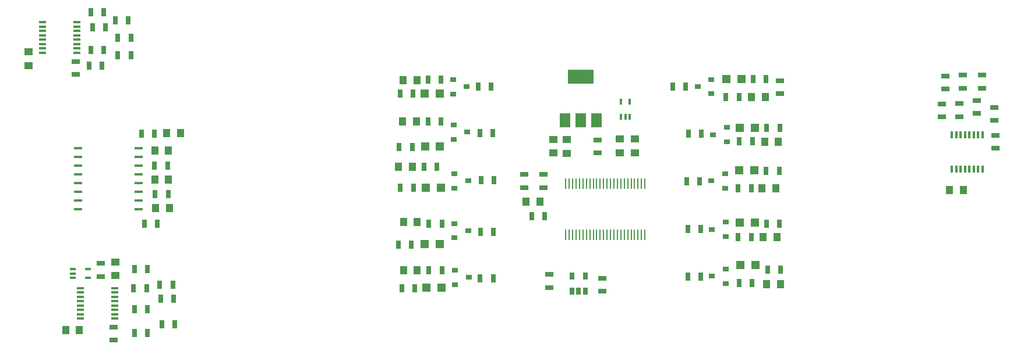
<source format=gtp>
G04 #@! TF.GenerationSoftware,KiCad,Pcbnew,5.0.2-bee76a0~70~ubuntu16.04.1*
G04 #@! TF.CreationDate,2019-03-14T10:12:54-04:00*
G04 #@! TF.ProjectId,BMS_peripheral,424d535f-7065-4726-9970-686572616c2e,rev?*
G04 #@! TF.SameCoordinates,Original*
G04 #@! TF.FileFunction,Paste,Top*
G04 #@! TF.FilePolarity,Positive*
%FSLAX46Y46*%
G04 Gerber Fmt 4.6, Leading zero omitted, Abs format (unit mm)*
G04 Created by KiCad (PCBNEW 5.0.2-bee76a0~70~ubuntu16.04.1) date Thu 14 Mar 2019 10:12:54 AM EDT*
%MOMM*%
%LPD*%
G01*
G04 APERTURE LIST*
%ADD10R,0.700000X1.300000*%
%ADD11R,0.300000X1.000000*%
%ADD12R,0.450000X0.950000*%
%ADD13R,1.000000X1.250000*%
%ADD14R,0.900000X0.800000*%
%ADD15R,3.800000X2.000000*%
%ADD16R,1.500000X2.000000*%
%ADD17R,1.200000X0.300000*%
%ADD18R,0.950000X0.450000*%
%ADD19R,0.250000X1.500000*%
%ADD20R,1.200000X1.200000*%
%ADD21R,0.650000X1.060000*%
%ADD22R,1.000000X0.300000*%
%ADD23R,1.300000X0.700000*%
%ADD24R,1.250000X1.000000*%
G04 APERTURE END LIST*
D10*
G04 #@! TO.C,R4*
X112369600Y-56921400D03*
X110469600Y-56921400D03*
G04 #@! TD*
D11*
G04 #@! TO.C,U6*
X195400000Y-40900000D03*
X194765000Y-40900000D03*
X194130000Y-40900000D03*
X193495000Y-40900000D03*
X192860000Y-40900000D03*
X192225000Y-40900000D03*
X191590000Y-40900000D03*
X190955000Y-45900000D03*
X191590000Y-45900000D03*
X192225000Y-45900000D03*
X192860000Y-45900000D03*
X193495000Y-45900000D03*
X194130000Y-45900000D03*
X194765000Y-45900000D03*
X195400000Y-45900000D03*
X190955000Y-40900000D03*
G04 #@! TD*
D12*
G04 #@! TO.C,U3*
X142850000Y-38350000D03*
X143500000Y-38350000D03*
X144150000Y-38350000D03*
X144150000Y-36150000D03*
X142850000Y-36150000D03*
G04 #@! TD*
D13*
G04 #@! TO.C,C3*
X110522000Y-45593000D03*
X112522000Y-45593000D03*
G04 #@! TD*
D14*
G04 #@! TO.C,Q9*
X156229000Y-40895000D03*
X158229000Y-41945000D03*
X158229000Y-39845000D03*
G04 #@! TD*
G04 #@! TO.C,Q8*
X157975000Y-46613000D03*
X157975000Y-48713000D03*
X155975000Y-47663000D03*
G04 #@! TD*
G04 #@! TO.C,Q6*
X158097000Y-60496000D03*
X158097000Y-62596000D03*
X156097000Y-61546000D03*
G04 #@! TD*
G04 #@! TO.C,Q10*
X155997000Y-32852500D03*
X155997000Y-34952500D03*
X153997000Y-33902500D03*
G04 #@! TD*
G04 #@! TO.C,Q5*
X120746500Y-61714000D03*
X118746500Y-60664000D03*
X118746500Y-62764000D03*
G04 #@! TD*
G04 #@! TO.C,Q7*
X156075000Y-54724000D03*
X158075000Y-55774000D03*
X158075000Y-53674000D03*
G04 #@! TD*
G04 #@! TO.C,Q2*
X118541500Y-41594000D03*
X118541500Y-39494000D03*
X120541500Y-40544000D03*
G04 #@! TD*
G04 #@! TO.C,Q1*
X120446500Y-33934000D03*
X118446500Y-32884000D03*
X118446500Y-34984000D03*
G04 #@! TD*
G04 #@! TO.C,Q3*
X120646500Y-47644000D03*
X118646500Y-46594000D03*
X118646500Y-48694000D03*
G04 #@! TD*
D15*
G04 #@! TO.C,Q11*
X137000000Y-32500000D03*
D16*
X137000000Y-38800000D03*
X139300000Y-38800000D03*
X134700000Y-38800000D03*
G04 #@! TD*
D17*
G04 #@! TO.C,T1*
X72754677Y-51787043D03*
X63954677Y-42897043D03*
X63954677Y-44167043D03*
X63954677Y-45437043D03*
X63954677Y-46707043D03*
X63954677Y-47977043D03*
X63954677Y-49247043D03*
X63954677Y-50517043D03*
X63954677Y-51787043D03*
X72754677Y-50517043D03*
X72754677Y-49247043D03*
X72754677Y-47977043D03*
X72754677Y-46707043D03*
X72754677Y-45437043D03*
X72754677Y-44167043D03*
X72754677Y-42897043D03*
G04 #@! TD*
D18*
G04 #@! TO.C,U8*
X63149380Y-60493500D03*
X63149380Y-61143500D03*
X63149380Y-61793500D03*
X65349380Y-61793500D03*
X65349380Y-60493500D03*
G04 #@! TD*
D19*
G04 #@! TO.C,U1*
X146339000Y-48037500D03*
X134839000Y-55502500D03*
X135339000Y-55502500D03*
X135839000Y-55502500D03*
X136339000Y-55502500D03*
X136839000Y-55502500D03*
X137339000Y-55502500D03*
X137839000Y-55502500D03*
X138339000Y-55502500D03*
X138839000Y-55502500D03*
X139339000Y-55502500D03*
X139839000Y-55502500D03*
X140339000Y-55502500D03*
X140839000Y-55502500D03*
X141339000Y-55502500D03*
X141839000Y-55502500D03*
X142339000Y-55502500D03*
X142839000Y-55502500D03*
X143339000Y-55502500D03*
X143839000Y-55502500D03*
X144339000Y-55502500D03*
X144839000Y-55502500D03*
X145339000Y-55502500D03*
X145839000Y-55502500D03*
X146339000Y-55502500D03*
X145839000Y-48037500D03*
X145339000Y-48037500D03*
X144839000Y-48037500D03*
X144339000Y-48037500D03*
X143839000Y-48037500D03*
X143339000Y-48037500D03*
X142839000Y-48037500D03*
X142339000Y-48037500D03*
X141839000Y-48037500D03*
X141339000Y-48037500D03*
X140839000Y-48037500D03*
X140339000Y-48037500D03*
X139839000Y-48037500D03*
X139339000Y-48037500D03*
X138839000Y-48037500D03*
X138339000Y-48037500D03*
X137839000Y-48037500D03*
X137339000Y-48037500D03*
X136839000Y-48037500D03*
X136339000Y-48037500D03*
X135839000Y-48037500D03*
X135339000Y-48037500D03*
X134839000Y-48037500D03*
G04 #@! TD*
D13*
G04 #@! TO.C,C1*
X113200000Y-32950000D03*
X111200000Y-32950000D03*
G04 #@! TD*
D10*
G04 #@! TO.C,R1*
X110750000Y-34950000D03*
X112650000Y-34950000D03*
G04 #@! TD*
G04 #@! TO.C,R21*
X124000000Y-33950000D03*
X122100000Y-33950000D03*
G04 #@! TD*
G04 #@! TO.C,R31*
X116700000Y-32900000D03*
X114800000Y-32900000D03*
G04 #@! TD*
D20*
G04 #@! TO.C,D1*
X116500000Y-34900000D03*
X114300000Y-34900000D03*
G04 #@! TD*
D21*
G04 #@! TO.C,U2*
X135750000Y-63750000D03*
X136700000Y-63750000D03*
X137650000Y-63750000D03*
X137650000Y-61550000D03*
X135750000Y-61550000D03*
G04 #@! TD*
D22*
G04 #@! TO.C,U5*
X63803000Y-24550000D03*
X58803000Y-28995000D03*
X58803000Y-28360000D03*
X58803000Y-27725000D03*
X58803000Y-27090000D03*
X58803000Y-26455000D03*
X58803000Y-25820000D03*
X58803000Y-25185000D03*
X58803000Y-24550000D03*
X63803000Y-25185000D03*
X63803000Y-25820000D03*
X63803000Y-26455000D03*
X63803000Y-27090000D03*
X63803000Y-27725000D03*
X63803000Y-28360000D03*
X63803000Y-28995000D03*
G04 #@! TD*
G04 #@! TO.C,U7*
X69267380Y-63268500D03*
X64267380Y-67713500D03*
X64267380Y-67078500D03*
X64267380Y-66443500D03*
X64267380Y-65808500D03*
X64267380Y-65173500D03*
X64267380Y-64538500D03*
X64267380Y-63903500D03*
X64267380Y-63268500D03*
X69267380Y-63903500D03*
X69267380Y-64538500D03*
X69267380Y-65173500D03*
X69267380Y-65808500D03*
X69267380Y-66443500D03*
X69267380Y-67078500D03*
X69267380Y-67713500D03*
G04 #@! TD*
D23*
G04 #@! TO.C,R58*
X195326000Y-32258000D03*
X195326000Y-34158000D03*
G04 #@! TD*
G04 #@! TO.C,R70*
X192532000Y-34158000D03*
X192532000Y-32258000D03*
G04 #@! TD*
G04 #@! TO.C,R77*
X189992000Y-32390000D03*
X189992000Y-34290000D03*
G04 #@! TD*
G04 #@! TO.C,R50*
X197300000Y-41000000D03*
X197300000Y-42900000D03*
G04 #@! TD*
G04 #@! TO.C,R54*
X197104000Y-38862000D03*
X197104000Y-36962000D03*
G04 #@! TD*
G04 #@! TO.C,R66*
X194564000Y-35946000D03*
X194564000Y-37846000D03*
G04 #@! TD*
G04 #@! TO.C,R74*
X192024000Y-38288000D03*
X192024000Y-36388000D03*
G04 #@! TD*
G04 #@! TO.C,R80*
X189484000Y-36454000D03*
X189484000Y-38354000D03*
G04 #@! TD*
D13*
G04 #@! TO.C,C22*
X192627000Y-49022000D03*
X190627000Y-49022000D03*
G04 #@! TD*
G04 #@! TO.C,C2*
X113093500Y-38989000D03*
X111093500Y-38989000D03*
G04 #@! TD*
G04 #@! TO.C,C4*
X111250000Y-53600000D03*
X113250000Y-53600000D03*
G04 #@! TD*
G04 #@! TO.C,C5*
X113250000Y-60650000D03*
X111250000Y-60650000D03*
G04 #@! TD*
D20*
G04 #@! TO.C,D2*
X116563500Y-42608500D03*
X114363500Y-42608500D03*
G04 #@! TD*
D10*
G04 #@! TO.C,R2*
X112517000Y-42735500D03*
X110617000Y-42735500D03*
G04 #@! TD*
G04 #@! TO.C,R22*
X124250000Y-40650000D03*
X122350000Y-40650000D03*
G04 #@! TD*
G04 #@! TO.C,R32*
X114800000Y-38989000D03*
X116700000Y-38989000D03*
G04 #@! TD*
D20*
G04 #@! TO.C,D3*
X116700000Y-48650000D03*
X114500000Y-48650000D03*
G04 #@! TD*
D10*
G04 #@! TO.C,R3*
X112700000Y-48650000D03*
X110800000Y-48650000D03*
G04 #@! TD*
G04 #@! TO.C,R23*
X122500000Y-47550000D03*
X124400000Y-47550000D03*
G04 #@! TD*
G04 #@! TO.C,R33*
X116136500Y-45593000D03*
X114236500Y-45593000D03*
G04 #@! TD*
D14*
G04 #@! TO.C,Q4*
X118650000Y-55950000D03*
X118650000Y-53850000D03*
X120650000Y-54900000D03*
G04 #@! TD*
D10*
G04 #@! TO.C,R24*
X124350000Y-55050000D03*
X122450000Y-55050000D03*
G04 #@! TD*
G04 #@! TO.C,R34*
X114950000Y-53850000D03*
X116850000Y-53850000D03*
G04 #@! TD*
D20*
G04 #@! TO.C,D4*
X116509800Y-56870600D03*
X114309800Y-56870600D03*
G04 #@! TD*
G04 #@! TO.C,D5*
X116804800Y-63220600D03*
X114604800Y-63220600D03*
G04 #@! TD*
D10*
G04 #@! TO.C,R5*
X112877600Y-63296800D03*
X110977600Y-63296800D03*
G04 #@! TD*
G04 #@! TO.C,R25*
X124300000Y-61850000D03*
X122400000Y-61850000D03*
G04 #@! TD*
G04 #@! TO.C,R35*
X114950000Y-60650000D03*
X116850000Y-60650000D03*
G04 #@! TD*
D13*
G04 #@! TO.C,C11*
X129050000Y-50650000D03*
X131050000Y-50650000D03*
G04 #@! TD*
D10*
G04 #@! TO.C,R42*
X131760000Y-52832000D03*
X129860000Y-52832000D03*
G04 #@! TD*
D23*
G04 #@! TO.C,R45*
X132397500Y-61282500D03*
X132397500Y-63182500D03*
G04 #@! TD*
G04 #@! TO.C,R47*
X140144500Y-61854000D03*
X140144500Y-63754000D03*
G04 #@! TD*
G04 #@! TO.C,R43*
X131572000Y-46736000D03*
X131572000Y-48636000D03*
G04 #@! TD*
G04 #@! TO.C,R44*
X128778000Y-48636000D03*
X128778000Y-46736000D03*
G04 #@! TD*
D24*
G04 #@! TO.C,C14*
X133000000Y-41600000D03*
X133000000Y-43600000D03*
G04 #@! TD*
G04 #@! TO.C,C15*
X135000000Y-41650000D03*
X135000000Y-43650000D03*
G04 #@! TD*
D23*
G04 #@! TO.C,R46*
X139450000Y-43600000D03*
X139450000Y-41700000D03*
G04 #@! TD*
D24*
G04 #@! TO.C,C12*
X144850000Y-41550000D03*
X144850000Y-43550000D03*
G04 #@! TD*
G04 #@! TO.C,C13*
X142700000Y-43550000D03*
X142700000Y-41550000D03*
G04 #@! TD*
D13*
G04 #@! TO.C,C6*
X164020500Y-62738000D03*
X166020500Y-62738000D03*
G04 #@! TD*
G04 #@! TO.C,C7*
X165550000Y-55850000D03*
X163550000Y-55850000D03*
G04 #@! TD*
G04 #@! TO.C,C8*
X163350000Y-48700000D03*
X165350000Y-48700000D03*
G04 #@! TD*
G04 #@! TO.C,C9*
X163750000Y-41950000D03*
X165750000Y-41950000D03*
G04 #@! TD*
G04 #@! TO.C,C10*
X163848800Y-35458400D03*
X161848800Y-35458400D03*
G04 #@! TD*
D10*
G04 #@! TO.C,R10*
X163950000Y-32850000D03*
X162050000Y-32850000D03*
G04 #@! TD*
G04 #@! TO.C,R30*
X150350000Y-33900000D03*
X152250000Y-33900000D03*
G04 #@! TD*
G04 #@! TO.C,R40*
X160020000Y-35407600D03*
X158120000Y-35407600D03*
G04 #@! TD*
D23*
G04 #@! TO.C,R41*
X165950000Y-33050000D03*
X165950000Y-34950000D03*
G04 #@! TD*
D10*
G04 #@! TO.C,R9*
X165950000Y-39900000D03*
X164050000Y-39900000D03*
G04 #@! TD*
G04 #@! TO.C,R29*
X152650000Y-40750000D03*
X154550000Y-40750000D03*
G04 #@! TD*
G04 #@! TO.C,R39*
X160050000Y-41900000D03*
X161950000Y-41900000D03*
G04 #@! TD*
G04 #@! TO.C,R8*
X163957000Y-46164500D03*
X165857000Y-46164500D03*
G04 #@! TD*
G04 #@! TO.C,R28*
X154300000Y-47700000D03*
X152400000Y-47700000D03*
G04 #@! TD*
G04 #@! TO.C,R38*
X159900000Y-48750000D03*
X161800000Y-48750000D03*
G04 #@! TD*
G04 #@! TO.C,R7*
X164000000Y-53850000D03*
X165900000Y-53850000D03*
G04 #@! TD*
G04 #@! TO.C,R27*
X152550000Y-54650000D03*
X154450000Y-54650000D03*
G04 #@! TD*
G04 #@! TO.C,R37*
X161800000Y-55800000D03*
X159900000Y-55800000D03*
G04 #@! TD*
G04 #@! TO.C,R6*
X164150000Y-60550000D03*
X166050000Y-60550000D03*
G04 #@! TD*
G04 #@! TO.C,R26*
X154450000Y-61600000D03*
X152550000Y-61600000D03*
G04 #@! TD*
G04 #@! TO.C,R36*
X160000000Y-62550000D03*
X161900000Y-62550000D03*
G04 #@! TD*
D20*
G04 #@! TO.C,D6*
X162369500Y-59944000D03*
X160169500Y-59944000D03*
G04 #@! TD*
G04 #@! TO.C,D7*
X160150000Y-53750000D03*
X162350000Y-53750000D03*
G04 #@! TD*
G04 #@! TO.C,D8*
X162242500Y-46101000D03*
X160042500Y-46101000D03*
G04 #@! TD*
G04 #@! TO.C,D9*
X160150000Y-39950000D03*
X162350000Y-39950000D03*
G04 #@! TD*
G04 #@! TO.C,D10*
X158150000Y-32850000D03*
X160350000Y-32850000D03*
G04 #@! TD*
D24*
G04 #@! TO.C,C21*
X56769000Y-28829000D03*
X56769000Y-30829000D03*
G04 #@! TD*
D23*
G04 #@! TO.C,R49*
X63627000Y-30231000D03*
X63627000Y-32131000D03*
G04 #@! TD*
D10*
G04 #@! TO.C,R53*
X67437000Y-30861000D03*
X65537000Y-30861000D03*
G04 #@! TD*
G04 #@! TO.C,R65*
X69723000Y-29337000D03*
X71623000Y-29337000D03*
G04 #@! TD*
G04 #@! TO.C,R73*
X67945000Y-25273000D03*
X66045000Y-25273000D03*
G04 #@! TD*
G04 #@! TO.C,R79*
X67686000Y-23114000D03*
X65786000Y-23114000D03*
G04 #@! TD*
G04 #@! TO.C,R57*
X65791000Y-28575000D03*
X67691000Y-28575000D03*
G04 #@! TD*
G04 #@! TO.C,R69*
X71623000Y-26797000D03*
X69723000Y-26797000D03*
G04 #@! TD*
G04 #@! TO.C,R76*
X71247000Y-24257000D03*
X69347000Y-24257000D03*
G04 #@! TD*
D13*
G04 #@! TO.C,C23*
X64127380Y-69405500D03*
X62127380Y-69405500D03*
G04 #@! TD*
D24*
G04 #@! TO.C,C24*
X69367380Y-61463500D03*
X69367380Y-59463500D03*
G04 #@! TD*
D23*
G04 #@! TO.C,R82*
X67267380Y-61563500D03*
X67267380Y-59663500D03*
G04 #@! TD*
D10*
G04 #@! TO.C,R55*
X72133380Y-69850000D03*
X74033380Y-69850000D03*
G04 #@! TD*
G04 #@! TO.C,R67*
X74033380Y-66357500D03*
X72133380Y-66357500D03*
G04 #@! TD*
G04 #@! TO.C,R75*
X75811380Y-62801500D03*
X77711380Y-62801500D03*
G04 #@! TD*
G04 #@! TO.C,R81*
X74033380Y-60515500D03*
X72133380Y-60515500D03*
G04 #@! TD*
D23*
G04 #@! TO.C,R51*
X69117380Y-70863500D03*
X69117380Y-68963500D03*
G04 #@! TD*
D10*
G04 #@! TO.C,R59*
X78033880Y-68516500D03*
X76133880Y-68516500D03*
G04 #@! TD*
G04 #@! TO.C,R71*
X75943380Y-64833500D03*
X77843380Y-64833500D03*
G04 #@! TD*
G04 #@! TO.C,R78*
X73901380Y-63309500D03*
X72001380Y-63309500D03*
G04 #@! TD*
D13*
G04 #@! TO.C,C16*
X76854000Y-40686500D03*
X78854000Y-40686500D03*
G04 #@! TD*
D10*
G04 #@! TO.C,R61*
X73154000Y-40736500D03*
X75054000Y-40736500D03*
G04 #@! TD*
D13*
G04 #@! TO.C,C17*
X77104000Y-47486500D03*
X75104000Y-47486500D03*
G04 #@! TD*
G04 #@! TO.C,C18*
X75104000Y-43186500D03*
X77104000Y-43186500D03*
G04 #@! TD*
D10*
G04 #@! TO.C,R62*
X75054000Y-45386500D03*
X76954000Y-45386500D03*
G04 #@! TD*
G04 #@! TO.C,R63*
X75154000Y-49536500D03*
X77054000Y-49536500D03*
G04 #@! TD*
D13*
G04 #@! TO.C,C19*
X75204000Y-51586500D03*
X77204000Y-51586500D03*
G04 #@! TD*
D10*
G04 #@! TO.C,R64*
X75454000Y-53886500D03*
X73554000Y-53886500D03*
G04 #@! TD*
M02*

</source>
